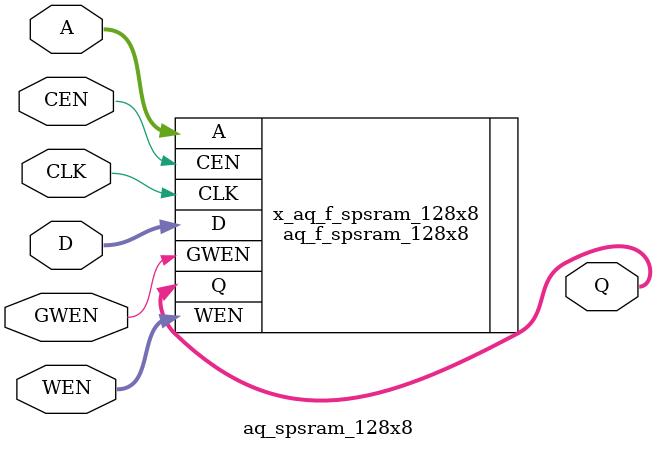
<source format=v>
/*Copyright 2020-2021 T-Head Semiconductor Co., Ltd.

Licensed under the Apache License, Version 2.0 (the "License");
you may not use this file except in compliance with the License.
You may obtain a copy of the License at

    http://www.apache.org/licenses/LICENSE-2.0

Unless required by applicable law or agreed to in writing, software
distributed under the License is distributed on an "AS IS" BASIS,
WITHOUT WARRANTIES OR CONDITIONS OF ANY KIND, either express or implied.
See the License for the specific language governing permissions and
limitations under the License.
*/

// &ModuleBeg; @22
module aq_spsram_128x8(
  A,
  CEN,
  CLK,
  D,
  GWEN,
  Q,
  WEN
);

// &Ports; @23
input   [6:0]  A;   
input          CEN; 
input          CLK; 
input   [7:0]  D;   
input          GWEN; 
input   [7:0]  WEN; 
output  [7:0]  Q;   

// &Regs; @24

// &Wires; @25
wire    [6:0]  A;   
wire           CEN; 
wire           CLK; 
wire    [7:0]  D;   
wire           GWEN; 
wire    [7:0]  Q;   
wire    [7:0]  WEN; 


//**********************************************************
//                  Parameter Definition
//**********************************************************
parameter ADDR_WIDTH = 7;
parameter DATA_WIDTH = 8;
parameter WE_WIDTH   = 8;

//  //********************************************************
//  //*                        FPGA memory                   *
//  //********************************************************
//   &Instance("aq_f_spsram_128x8"); @43
aq_f_spsram_128x8  x_aq_f_spsram_128x8 (
  .A    (A   ),
  .CEN  (CEN ),
  .CLK  (CLK ),
  .D    (D   ),
  .GWEN (GWEN),
  .Q    (Q   ),
  .WEN  (WEN )
);

endmodule




</source>
